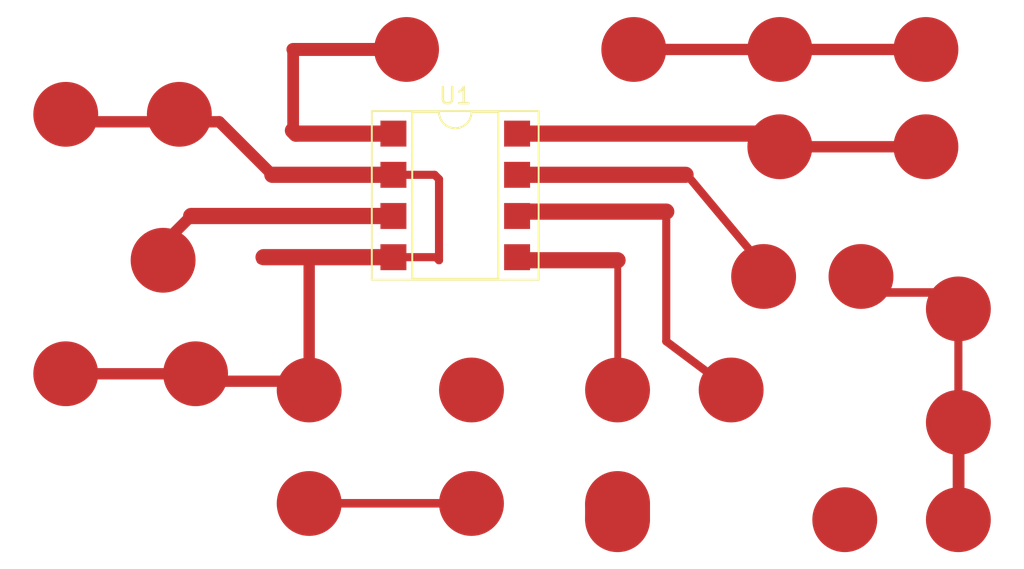
<source format=kicad_pcb>
(kicad_pcb (version 20240108) (generator "pcbnew") (generator_version "8.0")
  (layers (0 "F.Cu" signal) (31 "B.Cu" signal) (34 "B.Paste" user) (35 "F.Paste" user) (36 "B.SilkS" user "B.Silkscreen") (37 "F.SilkS" user "F.Silkscreen") (38 "B.Mask" user) (39 "F.Mask" user) (44 "Edge.Cuts" user))
  (net 0 "")
  (net 1 "unconnected-(U1-GAIN-Pad8)")
  (net 4 "unconnected-(U1-BYPASS-Pad7)")
  (net 5 "unconnected-(U1-GAIN-Pad1)")
  (net 6 "unconnected-(U1-+-Pad3)")
  (footprint "Package_DIP:DIP-8_W7.62mm_SMDSocket_SmallPads" (layer "F.Cu") (at 117 101)
    (property "Reference" "U1" (at 0 -6.14 0) (layer "F.SilkS"))
    (property "Value" "LM386")
    (fp_line (start -5.14 -5.2) (end -5.14 5.2) (stroke (width 0.12)) (layer "F.SilkS"))
    (fp_line (start -5.14 5.2) (end 5.14 5.2) (stroke (width 0.12)) (layer "F.SilkS"))
    (fp_line (start -2.65 -5.14) (end -2.65 5.14) (stroke (width 0.12)) (layer "F.SilkS"))
    (fp_line (start -2.65 5.14) (end 2.65 5.14) (stroke (width 0.12)) (layer "F.SilkS"))
    (fp_line (start -1 -5.14) (end -2.65 -5.14) (stroke (width 0.12)) (layer "F.SilkS"))
    (fp_line (start 2.65 -5.14) (end 1 -5.14) (stroke (width 0.12)) (layer "F.SilkS"))
    (fp_line (start 2.65 5.14) (end 2.65 -5.14) (stroke (width 0.12)) (layer "F.SilkS"))
    (fp_line (start 5.14 -5.2) (end -5.14 -5.2) (stroke (width 0.12)) (layer "F.SilkS"))
    (fp_line (start 5.14 5.2) (end 5.14 -5.2) (stroke (width 0.12)) (layer "F.SilkS"))
    (fp_arc (start 1 -5.14) (mid 0 -4.14) (end -1 -5.14) (stroke (width 0.12)) (layer "F.SilkS"))
    (pad "1" smd rect (at -3.81 -3.81) (size 1.6 1.6) (layers "F.Cu" "F.Paste" "F.Mask") (net 5 "unconnected-(U1-GAIN-Pad1)"))
    (pad "2" smd rect (at -3.81 -1.27) (size 1.6 1.6) (layers "F.Cu" "F.Paste" "F.Mask"))
    (pad "3" smd rect (at -3.81 1.27) (size 1.6 1.6) (layers "F.Cu" "F.Paste" "F.Mask") (net 6 "unconnected-(U1-+-Pad3)"))
    (pad "4" smd rect (at -3.81 3.81) (size 1.6 1.6) (layers "F.Cu" "F.Paste" "F.Mask"))
    (pad "5" smd rect (at 3.81 3.81) (size 1.6 1.6) (layers "F.Cu" "F.Paste" "F.Mask"))
    (pad "6" smd rect (at 3.81 1.27) (size 1.6 1.6) (layers "F.Cu" "F.Paste" "F.Mask"))
    (pad "7" smd rect (at 3.81 -1.27) (size 1.6 1.6) (layers "F.Cu" "F.Paste" "F.Mask") (net 4 "unconnected-(U1-BYPASS-Pad7)"))
    (pad "8" smd rect (at 3.81 -3.81) (size 1.6 1.6) (layers "F.Cu" "F.Paste" "F.Mask") (net 1 "unconnected-(U1-GAIN-Pad8)"))
  )
  (gr_circle (center 127 121) (end 128 121) (stroke (width 2)) (fill none) (layer "F.Cu"))
  (gr_line (start 130 102) (end 130 110) (stroke (width 0.5)) (layer "F.Cu") (net 3))
  (gr_rect (start 127 105) (end 127.0254 113) (stroke (width 0.4)) (fill none) (layer "F.Cu") (net 2))
  (gr_rect (start 143 106.9746) (end 148 107) (stroke (width 0.5)) (fill none) (layer "F.Cu"))
  (gr_rect (start 107 92) (end 107.0254 97) (stroke (width 0.7)) (fill none) (layer "F.Cu") (net 5))
  (gr_circle (center 127 120) (end 128 120) (stroke (width 2)) (fill none) (layer "F.Cu"))
  (gr_circle (center 114 92) (end 115 92) (stroke (width 2)) (fill none) (layer "F.Cu") (net 5))
  (gr_circle (center 142 106) (end 143 106) (stroke (width 2)) (fill none) (layer "F.Cu"))
  (gr_circle (center 137 98) (end 138 98) (stroke (width 2)) (fill none) (layer "F.Cu") (net 1))
  (gr_rect (start 107 119.9746) (end 117 120) (stroke (width 0.5)) (fill none) (layer "F.Cu"))
  (gr_rect (start 129 92) (end 137 92) (stroke (width 0.7)) (fill none) (layer "F.Cu") (net 1))
  (gr_circle (center 128 92) (end 129 92) (stroke (width 2)) (fill none) (layer "F.Cu") (net 1))
  (gr_circle (center 148 115) (end 149 115) (stroke (width 2)) (fill none) (layer "F.Cu"))
  (gr_circle (center 148 121) (end 149 121) (stroke (width 2)) (fill none) (layer "F.Cu"))
  (gr_circle (center 108 120) (end 109 120) (stroke (width 2)) (fill none) (layer "F.Cu"))
  (gr_circle (center 127 113) (end 128 113) (stroke (width 2)) (fill none) (layer "F.Cu") (net 2))
  (gr_line (start 130 110) (end 134 113) (stroke (width 0.5)) (layer "F.Cu") (net 3))
  (gr_circle (center 100 96) (end 101 96) (stroke (width 2)) (fill none) (layer "F.Cu"))
  (gr_circle (center 136 106) (end 137 106) (stroke (width 2)) (fill none) (layer "F.Cu") (net 4))
  (gr_rect (start 121 105) (end 127 105) (stroke (width 1)) (fill none) (layer "F.Cu") (net 2))
  (gr_rect (start 138.5 92) (end 145.5 92) (stroke (width 0.7)) (fill none) (layer "F.Cu") (net 1))
  (gr_rect (start 108 105) (end 108 112) (stroke (width 0.7)) (fill none) (layer "F.Cu"))
  (gr_circle (center 148 108) (end 149 108) (stroke (width 2)) (fill none) (layer "F.Cu"))
  (gr_circle (center 99 105) (end 100 105) (stroke (width 2)) (fill none) (layer "F.Cu") (net 6))
  (gr_circle (center 93 96) (end 94 96) (stroke (width 2)) (fill none) (layer "F.Cu"))
  (gr_circle (center 118 120) (end 119 120) (stroke (width 2)) (fill none) (layer "F.Cu"))
  (gr_circle (center 146 92) (end 147 92) (stroke (width 2)) (fill none) (layer "F.Cu") (net 1))
  (gr_rect (start 107 92) (end 114 92) (stroke (width 0.8)) (fill none) (layer "F.Cu") (net 5))
  (gr_circle (center 141 121) (end 142 121) (stroke (width 2)) (fill none) (layer "F.Cu") (net 3))
  (gr_rect (start 148 115) (end 148.0254 121) (stroke (width 0.7)) (fill none) (layer "F.Cu"))
  (gr_circle (center 137 92) (end 138 92) (stroke (width 2)) (fill none) (layer "F.Cu") (net 1))
  (gr_circle (center 146 98) (end 147 98) (stroke (width 2)) (fill none) (layer "F.Cu") (net 1))
  (gr_rect (start 138 98) (end 145 98) (stroke (width 0.7)) (fill none) (layer "F.Cu") (net 1))
  (gr_line (start 121 102) (end 130 102) (stroke (width 1)) (layer "F.Cu") (net 3))
  (gr_line (start 131.5 100) (end 136.5 106) (stroke (width 0.5)) (layer "F.Cu") (net 4))
  (gr_circle (center 108 113) (end 109 113) (stroke (width 2)) (fill none) (layer "F.Cu"))
  (gr_circle (center 118 113) (end 119 113) (stroke (width 2)) (fill none) (layer "F.Cu") (net 2))
  (gr_circle (center 134 113) (end 135 113) (stroke (width 2)) (fill none) (layer "F.Cu") (net 3))
  (gr_rect (start 148 108) (end 148 116) (stroke (width 0.5)) (fill none) (layer "F.Cu"))
  (gr_circle (center 93 112) (end 94 112) (stroke (width 2)) (fill none) (layer "F.Cu"))
  (gr_rect (start 125.5 120) (end 128.5 121) (stroke (width 1)) (fill none) (layer "F.Cu"))
  (gr_circle (center 101 112) (end 102 112) (stroke (width 2)) (fill none) (layer "F.Cu"))
  (segment (start 102.46 96.46) (end 105.73 99.73) (width 0.7) (layer "F.Cu") (net 0))
  (segment (start 101 112) (end 94 112) (width 0.7) (layer "F.Cu") (net 0))
  (segment (start 113.19 104.81) (end 115.81 104.81) (width 0.5) (layer "F.Cu") (net 0))
  (segment (start 116 100) (end 115.73 99.73) (width 0.5) (layer "F.Cu") (net 0))
  (segment (start 115.73 99.73) (end 113.19 99.73) (width 0.5) (layer "F.Cu") (net 0))
  (segment (start 109 112.46) (end 101.46 112.46) (width 0.7) (layer "F.Cu") (net 0))
  (segment (start 115.81 104.81) (end 116 105) (width 0.5) (layer "F.Cu") (net 0))
  (segment (start 116 105) (end 116 100) (width 0.5) (layer "F.Cu") (net 0))
  (segment (start 105.19 104.81) (end 105 105) (width 0.5) (layer "F.Cu") (net 0))
  (segment (start 100 96.46) (end 92 96.46) (width 0.7) (layer "F.Cu") (net 0))
  (segment (start 101.46 112.46) (end 101 112) (width 0.5) (layer "F.Cu") (net 0))
  (segment (start 105.73 99.73) (end 113.19 99.73) (width 1) (layer "F.Cu") (net 0))
  (segment (start 100 96.46) (end 102.46 96.46) (width 0.7) (layer "F.Cu") (net 0))
  (segment (start 113.19 104.81) (end 105.19 104.81) (width 1) (layer "F.Cu") (net 0))
  (segment (start 108.46 112.46) (end 109 112.46) (width 0.5) (layer "F.Cu") (net 0))
  (segment (start 120.81 97.19) (end 135.89 97.19) (width 1) (layer "F.Cu") (net 1))
  (segment (start 135.89 98.19) (end 137 97.08) (width 0.5) (layer "F.Cu") (net 1))
  (segment (start 120.81 99.73) (end 131.19 99.73) (width 1) (layer "F.Cu") (net 4))
  (segment (start 107.19 97.19) (end 107 97) (width 1) (layer "F.Cu") (net 5))
  (segment (start 113.19 97.19) (end 107.19 97.19) (width 1) (layer "F.Cu") (net 5))
  (segment (start 113.19 102.27) (end 100.73 102.27) (width 1) (layer "F.Cu") (net 6))
  (segment (start 100.73 102.27) (end 99 104) (width 0.7) (layer "F.Cu") (net 6))
)
</source>
